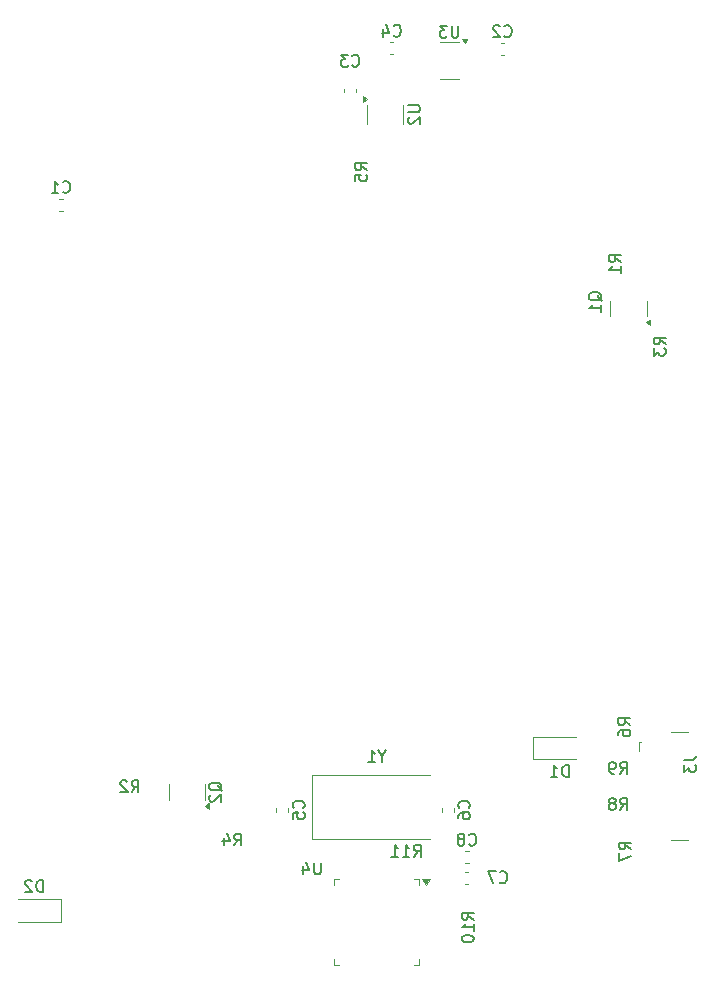
<source format=gbr>
%TF.GenerationSoftware,KiCad,Pcbnew,8.0.2*%
%TF.CreationDate,2024-06-07T17:43:04+02:00*%
%TF.ProjectId,interruptus,696e7465-7272-4757-9074-75732e6b6963,rev?*%
%TF.SameCoordinates,Original*%
%TF.FileFunction,Legend,Bot*%
%TF.FilePolarity,Positive*%
%FSLAX46Y46*%
G04 Gerber Fmt 4.6, Leading zero omitted, Abs format (unit mm)*
G04 Created by KiCad (PCBNEW 8.0.2) date 2024-06-07 17:43:04*
%MOMM*%
%LPD*%
G01*
G04 APERTURE LIST*
%ADD10C,0.150000*%
%ADD11C,0.120000*%
G04 APERTURE END LIST*
D10*
X145029819Y-120776666D02*
X145744104Y-120776666D01*
X145744104Y-120776666D02*
X145886961Y-120729047D01*
X145886961Y-120729047D02*
X145982200Y-120633809D01*
X145982200Y-120633809D02*
X146029819Y-120490952D01*
X146029819Y-120490952D02*
X146029819Y-120395714D01*
X145029819Y-121157619D02*
X145029819Y-121776666D01*
X145029819Y-121776666D02*
X145410771Y-121443333D01*
X145410771Y-121443333D02*
X145410771Y-121586190D01*
X145410771Y-121586190D02*
X145458390Y-121681428D01*
X145458390Y-121681428D02*
X145506009Y-121729047D01*
X145506009Y-121729047D02*
X145601247Y-121776666D01*
X145601247Y-121776666D02*
X145839342Y-121776666D01*
X145839342Y-121776666D02*
X145934580Y-121729047D01*
X145934580Y-121729047D02*
X145982200Y-121681428D01*
X145982200Y-121681428D02*
X146029819Y-121586190D01*
X146029819Y-121586190D02*
X146029819Y-121300476D01*
X146029819Y-121300476D02*
X145982200Y-121205238D01*
X145982200Y-121205238D02*
X145934580Y-121157619D01*
X121654819Y-65350595D02*
X122464342Y-65350595D01*
X122464342Y-65350595D02*
X122559580Y-65398214D01*
X122559580Y-65398214D02*
X122607200Y-65445833D01*
X122607200Y-65445833D02*
X122654819Y-65541071D01*
X122654819Y-65541071D02*
X122654819Y-65731547D01*
X122654819Y-65731547D02*
X122607200Y-65826785D01*
X122607200Y-65826785D02*
X122559580Y-65874404D01*
X122559580Y-65874404D02*
X122464342Y-65922023D01*
X122464342Y-65922023D02*
X121654819Y-65922023D01*
X121750057Y-66350595D02*
X121702438Y-66398214D01*
X121702438Y-66398214D02*
X121654819Y-66493452D01*
X121654819Y-66493452D02*
X121654819Y-66731547D01*
X121654819Y-66731547D02*
X121702438Y-66826785D01*
X121702438Y-66826785D02*
X121750057Y-66874404D01*
X121750057Y-66874404D02*
X121845295Y-66922023D01*
X121845295Y-66922023D02*
X121940533Y-66922023D01*
X121940533Y-66922023D02*
X122083390Y-66874404D01*
X122083390Y-66874404D02*
X122654819Y-66302976D01*
X122654819Y-66302976D02*
X122654819Y-66922023D01*
X90738094Y-131954819D02*
X90738094Y-130954819D01*
X90738094Y-130954819D02*
X90499999Y-130954819D01*
X90499999Y-130954819D02*
X90357142Y-131002438D01*
X90357142Y-131002438D02*
X90261904Y-131097676D01*
X90261904Y-131097676D02*
X90214285Y-131192914D01*
X90214285Y-131192914D02*
X90166666Y-131383390D01*
X90166666Y-131383390D02*
X90166666Y-131526247D01*
X90166666Y-131526247D02*
X90214285Y-131716723D01*
X90214285Y-131716723D02*
X90261904Y-131811961D01*
X90261904Y-131811961D02*
X90357142Y-131907200D01*
X90357142Y-131907200D02*
X90499999Y-131954819D01*
X90499999Y-131954819D02*
X90738094Y-131954819D01*
X89785713Y-131050057D02*
X89738094Y-131002438D01*
X89738094Y-131002438D02*
X89642856Y-130954819D01*
X89642856Y-130954819D02*
X89404761Y-130954819D01*
X89404761Y-130954819D02*
X89309523Y-131002438D01*
X89309523Y-131002438D02*
X89261904Y-131050057D01*
X89261904Y-131050057D02*
X89214285Y-131145295D01*
X89214285Y-131145295D02*
X89214285Y-131240533D01*
X89214285Y-131240533D02*
X89261904Y-131383390D01*
X89261904Y-131383390D02*
X89833332Y-131954819D01*
X89833332Y-131954819D02*
X89214285Y-131954819D01*
X98234166Y-123504819D02*
X98567499Y-123028628D01*
X98805594Y-123504819D02*
X98805594Y-122504819D01*
X98805594Y-122504819D02*
X98424642Y-122504819D01*
X98424642Y-122504819D02*
X98329404Y-122552438D01*
X98329404Y-122552438D02*
X98281785Y-122600057D01*
X98281785Y-122600057D02*
X98234166Y-122695295D01*
X98234166Y-122695295D02*
X98234166Y-122838152D01*
X98234166Y-122838152D02*
X98281785Y-122933390D01*
X98281785Y-122933390D02*
X98329404Y-122981009D01*
X98329404Y-122981009D02*
X98424642Y-123028628D01*
X98424642Y-123028628D02*
X98805594Y-123028628D01*
X97853213Y-122600057D02*
X97805594Y-122552438D01*
X97805594Y-122552438D02*
X97710356Y-122504819D01*
X97710356Y-122504819D02*
X97472261Y-122504819D01*
X97472261Y-122504819D02*
X97377023Y-122552438D01*
X97377023Y-122552438D02*
X97329404Y-122600057D01*
X97329404Y-122600057D02*
X97281785Y-122695295D01*
X97281785Y-122695295D02*
X97281785Y-122790533D01*
X97281785Y-122790533D02*
X97329404Y-122933390D01*
X97329404Y-122933390D02*
X97900832Y-123504819D01*
X97900832Y-123504819D02*
X97281785Y-123504819D01*
X139654819Y-78583333D02*
X139178628Y-78250000D01*
X139654819Y-78011905D02*
X138654819Y-78011905D01*
X138654819Y-78011905D02*
X138654819Y-78392857D01*
X138654819Y-78392857D02*
X138702438Y-78488095D01*
X138702438Y-78488095D02*
X138750057Y-78535714D01*
X138750057Y-78535714D02*
X138845295Y-78583333D01*
X138845295Y-78583333D02*
X138988152Y-78583333D01*
X138988152Y-78583333D02*
X139083390Y-78535714D01*
X139083390Y-78535714D02*
X139131009Y-78488095D01*
X139131009Y-78488095D02*
X139178628Y-78392857D01*
X139178628Y-78392857D02*
X139178628Y-78011905D01*
X139654819Y-79535714D02*
X139654819Y-78964286D01*
X139654819Y-79250000D02*
X138654819Y-79250000D01*
X138654819Y-79250000D02*
X138797676Y-79154762D01*
X138797676Y-79154762D02*
X138892914Y-79059524D01*
X138892914Y-79059524D02*
X138940533Y-78964286D01*
X138050057Y-81904761D02*
X138002438Y-81809523D01*
X138002438Y-81809523D02*
X137907200Y-81714285D01*
X137907200Y-81714285D02*
X137764342Y-81571428D01*
X137764342Y-81571428D02*
X137716723Y-81476190D01*
X137716723Y-81476190D02*
X137716723Y-81380952D01*
X137954819Y-81428571D02*
X137907200Y-81333333D01*
X137907200Y-81333333D02*
X137811961Y-81238095D01*
X137811961Y-81238095D02*
X137621485Y-81190476D01*
X137621485Y-81190476D02*
X137288152Y-81190476D01*
X137288152Y-81190476D02*
X137097676Y-81238095D01*
X137097676Y-81238095D02*
X137002438Y-81333333D01*
X137002438Y-81333333D02*
X136954819Y-81428571D01*
X136954819Y-81428571D02*
X136954819Y-81619047D01*
X136954819Y-81619047D02*
X137002438Y-81714285D01*
X137002438Y-81714285D02*
X137097676Y-81809523D01*
X137097676Y-81809523D02*
X137288152Y-81857142D01*
X137288152Y-81857142D02*
X137621485Y-81857142D01*
X137621485Y-81857142D02*
X137811961Y-81809523D01*
X137811961Y-81809523D02*
X137907200Y-81714285D01*
X137907200Y-81714285D02*
X137954819Y-81619047D01*
X137954819Y-81619047D02*
X137954819Y-81428571D01*
X137954819Y-82809523D02*
X137954819Y-82238095D01*
X137954819Y-82523809D02*
X136954819Y-82523809D01*
X136954819Y-82523809D02*
X137097676Y-82428571D01*
X137097676Y-82428571D02*
X137192914Y-82333333D01*
X137192914Y-82333333D02*
X137240533Y-82238095D01*
X125899404Y-58604819D02*
X125899404Y-59414342D01*
X125899404Y-59414342D02*
X125851785Y-59509580D01*
X125851785Y-59509580D02*
X125804166Y-59557200D01*
X125804166Y-59557200D02*
X125708928Y-59604819D01*
X125708928Y-59604819D02*
X125518452Y-59604819D01*
X125518452Y-59604819D02*
X125423214Y-59557200D01*
X125423214Y-59557200D02*
X125375595Y-59509580D01*
X125375595Y-59509580D02*
X125327976Y-59414342D01*
X125327976Y-59414342D02*
X125327976Y-58604819D01*
X124947023Y-58604819D02*
X124327976Y-58604819D01*
X124327976Y-58604819D02*
X124661309Y-58985771D01*
X124661309Y-58985771D02*
X124518452Y-58985771D01*
X124518452Y-58985771D02*
X124423214Y-59033390D01*
X124423214Y-59033390D02*
X124375595Y-59081009D01*
X124375595Y-59081009D02*
X124327976Y-59176247D01*
X124327976Y-59176247D02*
X124327976Y-59414342D01*
X124327976Y-59414342D02*
X124375595Y-59509580D01*
X124375595Y-59509580D02*
X124423214Y-59557200D01*
X124423214Y-59557200D02*
X124518452Y-59604819D01*
X124518452Y-59604819D02*
X124804166Y-59604819D01*
X124804166Y-59604819D02*
X124899404Y-59557200D01*
X124899404Y-59557200D02*
X124947023Y-59509580D01*
X139599166Y-125004819D02*
X139932499Y-124528628D01*
X140170594Y-125004819D02*
X140170594Y-124004819D01*
X140170594Y-124004819D02*
X139789642Y-124004819D01*
X139789642Y-124004819D02*
X139694404Y-124052438D01*
X139694404Y-124052438D02*
X139646785Y-124100057D01*
X139646785Y-124100057D02*
X139599166Y-124195295D01*
X139599166Y-124195295D02*
X139599166Y-124338152D01*
X139599166Y-124338152D02*
X139646785Y-124433390D01*
X139646785Y-124433390D02*
X139694404Y-124481009D01*
X139694404Y-124481009D02*
X139789642Y-124528628D01*
X139789642Y-124528628D02*
X140170594Y-124528628D01*
X139027737Y-124433390D02*
X139122975Y-124385771D01*
X139122975Y-124385771D02*
X139170594Y-124338152D01*
X139170594Y-124338152D02*
X139218213Y-124242914D01*
X139218213Y-124242914D02*
X139218213Y-124195295D01*
X139218213Y-124195295D02*
X139170594Y-124100057D01*
X139170594Y-124100057D02*
X139122975Y-124052438D01*
X139122975Y-124052438D02*
X139027737Y-124004819D01*
X139027737Y-124004819D02*
X138837261Y-124004819D01*
X138837261Y-124004819D02*
X138742023Y-124052438D01*
X138742023Y-124052438D02*
X138694404Y-124100057D01*
X138694404Y-124100057D02*
X138646785Y-124195295D01*
X138646785Y-124195295D02*
X138646785Y-124242914D01*
X138646785Y-124242914D02*
X138694404Y-124338152D01*
X138694404Y-124338152D02*
X138742023Y-124385771D01*
X138742023Y-124385771D02*
X138837261Y-124433390D01*
X138837261Y-124433390D02*
X139027737Y-124433390D01*
X139027737Y-124433390D02*
X139122975Y-124481009D01*
X139122975Y-124481009D02*
X139170594Y-124528628D01*
X139170594Y-124528628D02*
X139218213Y-124623866D01*
X139218213Y-124623866D02*
X139218213Y-124814342D01*
X139218213Y-124814342D02*
X139170594Y-124909580D01*
X139170594Y-124909580D02*
X139122975Y-124957200D01*
X139122975Y-124957200D02*
X139027737Y-125004819D01*
X139027737Y-125004819D02*
X138837261Y-125004819D01*
X138837261Y-125004819D02*
X138742023Y-124957200D01*
X138742023Y-124957200D02*
X138694404Y-124909580D01*
X138694404Y-124909580D02*
X138646785Y-124814342D01*
X138646785Y-124814342D02*
X138646785Y-124623866D01*
X138646785Y-124623866D02*
X138694404Y-124528628D01*
X138694404Y-124528628D02*
X138742023Y-124481009D01*
X138742023Y-124481009D02*
X138837261Y-124433390D01*
X112789580Y-124833333D02*
X112837200Y-124785714D01*
X112837200Y-124785714D02*
X112884819Y-124642857D01*
X112884819Y-124642857D02*
X112884819Y-124547619D01*
X112884819Y-124547619D02*
X112837200Y-124404762D01*
X112837200Y-124404762D02*
X112741961Y-124309524D01*
X112741961Y-124309524D02*
X112646723Y-124261905D01*
X112646723Y-124261905D02*
X112456247Y-124214286D01*
X112456247Y-124214286D02*
X112313390Y-124214286D01*
X112313390Y-124214286D02*
X112122914Y-124261905D01*
X112122914Y-124261905D02*
X112027676Y-124309524D01*
X112027676Y-124309524D02*
X111932438Y-124404762D01*
X111932438Y-124404762D02*
X111884819Y-124547619D01*
X111884819Y-124547619D02*
X111884819Y-124642857D01*
X111884819Y-124642857D02*
X111932438Y-124785714D01*
X111932438Y-124785714D02*
X111980057Y-124833333D01*
X111884819Y-125738095D02*
X111884819Y-125261905D01*
X111884819Y-125261905D02*
X112361009Y-125214286D01*
X112361009Y-125214286D02*
X112313390Y-125261905D01*
X112313390Y-125261905D02*
X112265771Y-125357143D01*
X112265771Y-125357143D02*
X112265771Y-125595238D01*
X112265771Y-125595238D02*
X112313390Y-125690476D01*
X112313390Y-125690476D02*
X112361009Y-125738095D01*
X112361009Y-125738095D02*
X112456247Y-125785714D01*
X112456247Y-125785714D02*
X112694342Y-125785714D01*
X112694342Y-125785714D02*
X112789580Y-125738095D01*
X112789580Y-125738095D02*
X112837200Y-125690476D01*
X112837200Y-125690476D02*
X112884819Y-125595238D01*
X112884819Y-125595238D02*
X112884819Y-125357143D01*
X112884819Y-125357143D02*
X112837200Y-125261905D01*
X112837200Y-125261905D02*
X112789580Y-125214286D01*
X119476190Y-120478628D02*
X119476190Y-120954819D01*
X119809523Y-119954819D02*
X119476190Y-120478628D01*
X119476190Y-120478628D02*
X119142857Y-119954819D01*
X118285714Y-120954819D02*
X118857142Y-120954819D01*
X118571428Y-120954819D02*
X118571428Y-119954819D01*
X118571428Y-119954819D02*
X118666666Y-120097676D01*
X118666666Y-120097676D02*
X118761904Y-120192914D01*
X118761904Y-120192914D02*
X118857142Y-120240533D01*
X116916666Y-61972080D02*
X116964285Y-62019700D01*
X116964285Y-62019700D02*
X117107142Y-62067319D01*
X117107142Y-62067319D02*
X117202380Y-62067319D01*
X117202380Y-62067319D02*
X117345237Y-62019700D01*
X117345237Y-62019700D02*
X117440475Y-61924461D01*
X117440475Y-61924461D02*
X117488094Y-61829223D01*
X117488094Y-61829223D02*
X117535713Y-61638747D01*
X117535713Y-61638747D02*
X117535713Y-61495890D01*
X117535713Y-61495890D02*
X117488094Y-61305414D01*
X117488094Y-61305414D02*
X117440475Y-61210176D01*
X117440475Y-61210176D02*
X117345237Y-61114938D01*
X117345237Y-61114938D02*
X117202380Y-61067319D01*
X117202380Y-61067319D02*
X117107142Y-61067319D01*
X117107142Y-61067319D02*
X116964285Y-61114938D01*
X116964285Y-61114938D02*
X116916666Y-61162557D01*
X116583332Y-61067319D02*
X115964285Y-61067319D01*
X115964285Y-61067319D02*
X116297618Y-61448271D01*
X116297618Y-61448271D02*
X116154761Y-61448271D01*
X116154761Y-61448271D02*
X116059523Y-61495890D01*
X116059523Y-61495890D02*
X116011904Y-61543509D01*
X116011904Y-61543509D02*
X115964285Y-61638747D01*
X115964285Y-61638747D02*
X115964285Y-61876842D01*
X115964285Y-61876842D02*
X116011904Y-61972080D01*
X116011904Y-61972080D02*
X116059523Y-62019700D01*
X116059523Y-62019700D02*
X116154761Y-62067319D01*
X116154761Y-62067319D02*
X116440475Y-62067319D01*
X116440475Y-62067319D02*
X116535713Y-62019700D01*
X116535713Y-62019700D02*
X116583332Y-61972080D01*
X114261904Y-129454819D02*
X114261904Y-130264342D01*
X114261904Y-130264342D02*
X114214285Y-130359580D01*
X114214285Y-130359580D02*
X114166666Y-130407200D01*
X114166666Y-130407200D02*
X114071428Y-130454819D01*
X114071428Y-130454819D02*
X113880952Y-130454819D01*
X113880952Y-130454819D02*
X113785714Y-130407200D01*
X113785714Y-130407200D02*
X113738095Y-130359580D01*
X113738095Y-130359580D02*
X113690476Y-130264342D01*
X113690476Y-130264342D02*
X113690476Y-129454819D01*
X112785714Y-129788152D02*
X112785714Y-130454819D01*
X113023809Y-129407200D02*
X113261904Y-130121485D01*
X113261904Y-130121485D02*
X112642857Y-130121485D01*
X92416666Y-72679580D02*
X92464285Y-72727200D01*
X92464285Y-72727200D02*
X92607142Y-72774819D01*
X92607142Y-72774819D02*
X92702380Y-72774819D01*
X92702380Y-72774819D02*
X92845237Y-72727200D01*
X92845237Y-72727200D02*
X92940475Y-72631961D01*
X92940475Y-72631961D02*
X92988094Y-72536723D01*
X92988094Y-72536723D02*
X93035713Y-72346247D01*
X93035713Y-72346247D02*
X93035713Y-72203390D01*
X93035713Y-72203390D02*
X92988094Y-72012914D01*
X92988094Y-72012914D02*
X92940475Y-71917676D01*
X92940475Y-71917676D02*
X92845237Y-71822438D01*
X92845237Y-71822438D02*
X92702380Y-71774819D01*
X92702380Y-71774819D02*
X92607142Y-71774819D01*
X92607142Y-71774819D02*
X92464285Y-71822438D01*
X92464285Y-71822438D02*
X92416666Y-71870057D01*
X91464285Y-72774819D02*
X92035713Y-72774819D01*
X91749999Y-72774819D02*
X91749999Y-71774819D01*
X91749999Y-71774819D02*
X91845237Y-71917676D01*
X91845237Y-71917676D02*
X91940475Y-72012914D01*
X91940475Y-72012914D02*
X92035713Y-72060533D01*
X140454819Y-117833333D02*
X139978628Y-117500000D01*
X140454819Y-117261905D02*
X139454819Y-117261905D01*
X139454819Y-117261905D02*
X139454819Y-117642857D01*
X139454819Y-117642857D02*
X139502438Y-117738095D01*
X139502438Y-117738095D02*
X139550057Y-117785714D01*
X139550057Y-117785714D02*
X139645295Y-117833333D01*
X139645295Y-117833333D02*
X139788152Y-117833333D01*
X139788152Y-117833333D02*
X139883390Y-117785714D01*
X139883390Y-117785714D02*
X139931009Y-117738095D01*
X139931009Y-117738095D02*
X139978628Y-117642857D01*
X139978628Y-117642857D02*
X139978628Y-117261905D01*
X139454819Y-118690476D02*
X139454819Y-118500000D01*
X139454819Y-118500000D02*
X139502438Y-118404762D01*
X139502438Y-118404762D02*
X139550057Y-118357143D01*
X139550057Y-118357143D02*
X139692914Y-118261905D01*
X139692914Y-118261905D02*
X139883390Y-118214286D01*
X139883390Y-118214286D02*
X140264342Y-118214286D01*
X140264342Y-118214286D02*
X140359580Y-118261905D01*
X140359580Y-118261905D02*
X140407200Y-118309524D01*
X140407200Y-118309524D02*
X140454819Y-118404762D01*
X140454819Y-118404762D02*
X140454819Y-118595238D01*
X140454819Y-118595238D02*
X140407200Y-118690476D01*
X140407200Y-118690476D02*
X140359580Y-118738095D01*
X140359580Y-118738095D02*
X140264342Y-118785714D01*
X140264342Y-118785714D02*
X140026247Y-118785714D01*
X140026247Y-118785714D02*
X139931009Y-118738095D01*
X139931009Y-118738095D02*
X139883390Y-118690476D01*
X139883390Y-118690476D02*
X139835771Y-118595238D01*
X139835771Y-118595238D02*
X139835771Y-118404762D01*
X139835771Y-118404762D02*
X139883390Y-118309524D01*
X139883390Y-118309524D02*
X139931009Y-118261905D01*
X139931009Y-118261905D02*
X140026247Y-118214286D01*
X106916666Y-128004819D02*
X107249999Y-127528628D01*
X107488094Y-128004819D02*
X107488094Y-127004819D01*
X107488094Y-127004819D02*
X107107142Y-127004819D01*
X107107142Y-127004819D02*
X107011904Y-127052438D01*
X107011904Y-127052438D02*
X106964285Y-127100057D01*
X106964285Y-127100057D02*
X106916666Y-127195295D01*
X106916666Y-127195295D02*
X106916666Y-127338152D01*
X106916666Y-127338152D02*
X106964285Y-127433390D01*
X106964285Y-127433390D02*
X107011904Y-127481009D01*
X107011904Y-127481009D02*
X107107142Y-127528628D01*
X107107142Y-127528628D02*
X107488094Y-127528628D01*
X106059523Y-127338152D02*
X106059523Y-128004819D01*
X106297618Y-126957200D02*
X106535713Y-127671485D01*
X106535713Y-127671485D02*
X105916666Y-127671485D01*
X127204819Y-134289642D02*
X126728628Y-133956309D01*
X127204819Y-133718214D02*
X126204819Y-133718214D01*
X126204819Y-133718214D02*
X126204819Y-134099166D01*
X126204819Y-134099166D02*
X126252438Y-134194404D01*
X126252438Y-134194404D02*
X126300057Y-134242023D01*
X126300057Y-134242023D02*
X126395295Y-134289642D01*
X126395295Y-134289642D02*
X126538152Y-134289642D01*
X126538152Y-134289642D02*
X126633390Y-134242023D01*
X126633390Y-134242023D02*
X126681009Y-134194404D01*
X126681009Y-134194404D02*
X126728628Y-134099166D01*
X126728628Y-134099166D02*
X126728628Y-133718214D01*
X127204819Y-135242023D02*
X127204819Y-134670595D01*
X127204819Y-134956309D02*
X126204819Y-134956309D01*
X126204819Y-134956309D02*
X126347676Y-134861071D01*
X126347676Y-134861071D02*
X126442914Y-134765833D01*
X126442914Y-134765833D02*
X126490533Y-134670595D01*
X126204819Y-135861071D02*
X126204819Y-135956309D01*
X126204819Y-135956309D02*
X126252438Y-136051547D01*
X126252438Y-136051547D02*
X126300057Y-136099166D01*
X126300057Y-136099166D02*
X126395295Y-136146785D01*
X126395295Y-136146785D02*
X126585771Y-136194404D01*
X126585771Y-136194404D02*
X126823866Y-136194404D01*
X126823866Y-136194404D02*
X127014342Y-136146785D01*
X127014342Y-136146785D02*
X127109580Y-136099166D01*
X127109580Y-136099166D02*
X127157200Y-136051547D01*
X127157200Y-136051547D02*
X127204819Y-135956309D01*
X127204819Y-135956309D02*
X127204819Y-135861071D01*
X127204819Y-135861071D02*
X127157200Y-135765833D01*
X127157200Y-135765833D02*
X127109580Y-135718214D01*
X127109580Y-135718214D02*
X127014342Y-135670595D01*
X127014342Y-135670595D02*
X126823866Y-135622976D01*
X126823866Y-135622976D02*
X126585771Y-135622976D01*
X126585771Y-135622976D02*
X126395295Y-135670595D01*
X126395295Y-135670595D02*
X126300057Y-135718214D01*
X126300057Y-135718214D02*
X126252438Y-135765833D01*
X126252438Y-135765833D02*
X126204819Y-135861071D01*
X143454819Y-85583333D02*
X142978628Y-85250000D01*
X143454819Y-85011905D02*
X142454819Y-85011905D01*
X142454819Y-85011905D02*
X142454819Y-85392857D01*
X142454819Y-85392857D02*
X142502438Y-85488095D01*
X142502438Y-85488095D02*
X142550057Y-85535714D01*
X142550057Y-85535714D02*
X142645295Y-85583333D01*
X142645295Y-85583333D02*
X142788152Y-85583333D01*
X142788152Y-85583333D02*
X142883390Y-85535714D01*
X142883390Y-85535714D02*
X142931009Y-85488095D01*
X142931009Y-85488095D02*
X142978628Y-85392857D01*
X142978628Y-85392857D02*
X142978628Y-85011905D01*
X142454819Y-85916667D02*
X142454819Y-86535714D01*
X142454819Y-86535714D02*
X142835771Y-86202381D01*
X142835771Y-86202381D02*
X142835771Y-86345238D01*
X142835771Y-86345238D02*
X142883390Y-86440476D01*
X142883390Y-86440476D02*
X142931009Y-86488095D01*
X142931009Y-86488095D02*
X143026247Y-86535714D01*
X143026247Y-86535714D02*
X143264342Y-86535714D01*
X143264342Y-86535714D02*
X143359580Y-86488095D01*
X143359580Y-86488095D02*
X143407200Y-86440476D01*
X143407200Y-86440476D02*
X143454819Y-86345238D01*
X143454819Y-86345238D02*
X143454819Y-86059524D01*
X143454819Y-86059524D02*
X143407200Y-85964286D01*
X143407200Y-85964286D02*
X143359580Y-85916667D01*
X129804166Y-59479580D02*
X129851785Y-59527200D01*
X129851785Y-59527200D02*
X129994642Y-59574819D01*
X129994642Y-59574819D02*
X130089880Y-59574819D01*
X130089880Y-59574819D02*
X130232737Y-59527200D01*
X130232737Y-59527200D02*
X130327975Y-59431961D01*
X130327975Y-59431961D02*
X130375594Y-59336723D01*
X130375594Y-59336723D02*
X130423213Y-59146247D01*
X130423213Y-59146247D02*
X130423213Y-59003390D01*
X130423213Y-59003390D02*
X130375594Y-58812914D01*
X130375594Y-58812914D02*
X130327975Y-58717676D01*
X130327975Y-58717676D02*
X130232737Y-58622438D01*
X130232737Y-58622438D02*
X130089880Y-58574819D01*
X130089880Y-58574819D02*
X129994642Y-58574819D01*
X129994642Y-58574819D02*
X129851785Y-58622438D01*
X129851785Y-58622438D02*
X129804166Y-58670057D01*
X129423213Y-58670057D02*
X129375594Y-58622438D01*
X129375594Y-58622438D02*
X129280356Y-58574819D01*
X129280356Y-58574819D02*
X129042261Y-58574819D01*
X129042261Y-58574819D02*
X128947023Y-58622438D01*
X128947023Y-58622438D02*
X128899404Y-58670057D01*
X128899404Y-58670057D02*
X128851785Y-58765295D01*
X128851785Y-58765295D02*
X128851785Y-58860533D01*
X128851785Y-58860533D02*
X128899404Y-59003390D01*
X128899404Y-59003390D02*
X129470832Y-59574819D01*
X129470832Y-59574819D02*
X128851785Y-59574819D01*
X118154819Y-70833333D02*
X117678628Y-70500000D01*
X118154819Y-70261905D02*
X117154819Y-70261905D01*
X117154819Y-70261905D02*
X117154819Y-70642857D01*
X117154819Y-70642857D02*
X117202438Y-70738095D01*
X117202438Y-70738095D02*
X117250057Y-70785714D01*
X117250057Y-70785714D02*
X117345295Y-70833333D01*
X117345295Y-70833333D02*
X117488152Y-70833333D01*
X117488152Y-70833333D02*
X117583390Y-70785714D01*
X117583390Y-70785714D02*
X117631009Y-70738095D01*
X117631009Y-70738095D02*
X117678628Y-70642857D01*
X117678628Y-70642857D02*
X117678628Y-70261905D01*
X117154819Y-71738095D02*
X117154819Y-71261905D01*
X117154819Y-71261905D02*
X117631009Y-71214286D01*
X117631009Y-71214286D02*
X117583390Y-71261905D01*
X117583390Y-71261905D02*
X117535771Y-71357143D01*
X117535771Y-71357143D02*
X117535771Y-71595238D01*
X117535771Y-71595238D02*
X117583390Y-71690476D01*
X117583390Y-71690476D02*
X117631009Y-71738095D01*
X117631009Y-71738095D02*
X117726247Y-71785714D01*
X117726247Y-71785714D02*
X117964342Y-71785714D01*
X117964342Y-71785714D02*
X118059580Y-71738095D01*
X118059580Y-71738095D02*
X118107200Y-71690476D01*
X118107200Y-71690476D02*
X118154819Y-71595238D01*
X118154819Y-71595238D02*
X118154819Y-71357143D01*
X118154819Y-71357143D02*
X118107200Y-71261905D01*
X118107200Y-71261905D02*
X118059580Y-71214286D01*
X126789580Y-124833333D02*
X126837200Y-124785714D01*
X126837200Y-124785714D02*
X126884819Y-124642857D01*
X126884819Y-124642857D02*
X126884819Y-124547619D01*
X126884819Y-124547619D02*
X126837200Y-124404762D01*
X126837200Y-124404762D02*
X126741961Y-124309524D01*
X126741961Y-124309524D02*
X126646723Y-124261905D01*
X126646723Y-124261905D02*
X126456247Y-124214286D01*
X126456247Y-124214286D02*
X126313390Y-124214286D01*
X126313390Y-124214286D02*
X126122914Y-124261905D01*
X126122914Y-124261905D02*
X126027676Y-124309524D01*
X126027676Y-124309524D02*
X125932438Y-124404762D01*
X125932438Y-124404762D02*
X125884819Y-124547619D01*
X125884819Y-124547619D02*
X125884819Y-124642857D01*
X125884819Y-124642857D02*
X125932438Y-124785714D01*
X125932438Y-124785714D02*
X125980057Y-124833333D01*
X125884819Y-125690476D02*
X125884819Y-125500000D01*
X125884819Y-125500000D02*
X125932438Y-125404762D01*
X125932438Y-125404762D02*
X125980057Y-125357143D01*
X125980057Y-125357143D02*
X126122914Y-125261905D01*
X126122914Y-125261905D02*
X126313390Y-125214286D01*
X126313390Y-125214286D02*
X126694342Y-125214286D01*
X126694342Y-125214286D02*
X126789580Y-125261905D01*
X126789580Y-125261905D02*
X126837200Y-125309524D01*
X126837200Y-125309524D02*
X126884819Y-125404762D01*
X126884819Y-125404762D02*
X126884819Y-125595238D01*
X126884819Y-125595238D02*
X126837200Y-125690476D01*
X126837200Y-125690476D02*
X126789580Y-125738095D01*
X126789580Y-125738095D02*
X126694342Y-125785714D01*
X126694342Y-125785714D02*
X126456247Y-125785714D01*
X126456247Y-125785714D02*
X126361009Y-125738095D01*
X126361009Y-125738095D02*
X126313390Y-125690476D01*
X126313390Y-125690476D02*
X126265771Y-125595238D01*
X126265771Y-125595238D02*
X126265771Y-125404762D01*
X126265771Y-125404762D02*
X126313390Y-125309524D01*
X126313390Y-125309524D02*
X126361009Y-125261905D01*
X126361009Y-125261905D02*
X126456247Y-125214286D01*
X105887557Y-123404761D02*
X105839938Y-123309523D01*
X105839938Y-123309523D02*
X105744700Y-123214285D01*
X105744700Y-123214285D02*
X105601842Y-123071428D01*
X105601842Y-123071428D02*
X105554223Y-122976190D01*
X105554223Y-122976190D02*
X105554223Y-122880952D01*
X105792319Y-122928571D02*
X105744700Y-122833333D01*
X105744700Y-122833333D02*
X105649461Y-122738095D01*
X105649461Y-122738095D02*
X105458985Y-122690476D01*
X105458985Y-122690476D02*
X105125652Y-122690476D01*
X105125652Y-122690476D02*
X104935176Y-122738095D01*
X104935176Y-122738095D02*
X104839938Y-122833333D01*
X104839938Y-122833333D02*
X104792319Y-122928571D01*
X104792319Y-122928571D02*
X104792319Y-123119047D01*
X104792319Y-123119047D02*
X104839938Y-123214285D01*
X104839938Y-123214285D02*
X104935176Y-123309523D01*
X104935176Y-123309523D02*
X105125652Y-123357142D01*
X105125652Y-123357142D02*
X105458985Y-123357142D01*
X105458985Y-123357142D02*
X105649461Y-123309523D01*
X105649461Y-123309523D02*
X105744700Y-123214285D01*
X105744700Y-123214285D02*
X105792319Y-123119047D01*
X105792319Y-123119047D02*
X105792319Y-122928571D01*
X104887557Y-123738095D02*
X104839938Y-123785714D01*
X104839938Y-123785714D02*
X104792319Y-123880952D01*
X104792319Y-123880952D02*
X104792319Y-124119047D01*
X104792319Y-124119047D02*
X104839938Y-124214285D01*
X104839938Y-124214285D02*
X104887557Y-124261904D01*
X104887557Y-124261904D02*
X104982795Y-124309523D01*
X104982795Y-124309523D02*
X105078033Y-124309523D01*
X105078033Y-124309523D02*
X105220890Y-124261904D01*
X105220890Y-124261904D02*
X105792319Y-123690476D01*
X105792319Y-123690476D02*
X105792319Y-124309523D01*
X129416666Y-131109580D02*
X129464285Y-131157200D01*
X129464285Y-131157200D02*
X129607142Y-131204819D01*
X129607142Y-131204819D02*
X129702380Y-131204819D01*
X129702380Y-131204819D02*
X129845237Y-131157200D01*
X129845237Y-131157200D02*
X129940475Y-131061961D01*
X129940475Y-131061961D02*
X129988094Y-130966723D01*
X129988094Y-130966723D02*
X130035713Y-130776247D01*
X130035713Y-130776247D02*
X130035713Y-130633390D01*
X130035713Y-130633390D02*
X129988094Y-130442914D01*
X129988094Y-130442914D02*
X129940475Y-130347676D01*
X129940475Y-130347676D02*
X129845237Y-130252438D01*
X129845237Y-130252438D02*
X129702380Y-130204819D01*
X129702380Y-130204819D02*
X129607142Y-130204819D01*
X129607142Y-130204819D02*
X129464285Y-130252438D01*
X129464285Y-130252438D02*
X129416666Y-130300057D01*
X129083332Y-130204819D02*
X128416666Y-130204819D01*
X128416666Y-130204819D02*
X128845237Y-131204819D01*
X126804166Y-127929580D02*
X126851785Y-127977200D01*
X126851785Y-127977200D02*
X126994642Y-128024819D01*
X126994642Y-128024819D02*
X127089880Y-128024819D01*
X127089880Y-128024819D02*
X127232737Y-127977200D01*
X127232737Y-127977200D02*
X127327975Y-127881961D01*
X127327975Y-127881961D02*
X127375594Y-127786723D01*
X127375594Y-127786723D02*
X127423213Y-127596247D01*
X127423213Y-127596247D02*
X127423213Y-127453390D01*
X127423213Y-127453390D02*
X127375594Y-127262914D01*
X127375594Y-127262914D02*
X127327975Y-127167676D01*
X127327975Y-127167676D02*
X127232737Y-127072438D01*
X127232737Y-127072438D02*
X127089880Y-127024819D01*
X127089880Y-127024819D02*
X126994642Y-127024819D01*
X126994642Y-127024819D02*
X126851785Y-127072438D01*
X126851785Y-127072438D02*
X126804166Y-127120057D01*
X126232737Y-127453390D02*
X126327975Y-127405771D01*
X126327975Y-127405771D02*
X126375594Y-127358152D01*
X126375594Y-127358152D02*
X126423213Y-127262914D01*
X126423213Y-127262914D02*
X126423213Y-127215295D01*
X126423213Y-127215295D02*
X126375594Y-127120057D01*
X126375594Y-127120057D02*
X126327975Y-127072438D01*
X126327975Y-127072438D02*
X126232737Y-127024819D01*
X126232737Y-127024819D02*
X126042261Y-127024819D01*
X126042261Y-127024819D02*
X125947023Y-127072438D01*
X125947023Y-127072438D02*
X125899404Y-127120057D01*
X125899404Y-127120057D02*
X125851785Y-127215295D01*
X125851785Y-127215295D02*
X125851785Y-127262914D01*
X125851785Y-127262914D02*
X125899404Y-127358152D01*
X125899404Y-127358152D02*
X125947023Y-127405771D01*
X125947023Y-127405771D02*
X126042261Y-127453390D01*
X126042261Y-127453390D02*
X126232737Y-127453390D01*
X126232737Y-127453390D02*
X126327975Y-127501009D01*
X126327975Y-127501009D02*
X126375594Y-127548628D01*
X126375594Y-127548628D02*
X126423213Y-127643866D01*
X126423213Y-127643866D02*
X126423213Y-127834342D01*
X126423213Y-127834342D02*
X126375594Y-127929580D01*
X126375594Y-127929580D02*
X126327975Y-127977200D01*
X126327975Y-127977200D02*
X126232737Y-128024819D01*
X126232737Y-128024819D02*
X126042261Y-128024819D01*
X126042261Y-128024819D02*
X125947023Y-127977200D01*
X125947023Y-127977200D02*
X125899404Y-127929580D01*
X125899404Y-127929580D02*
X125851785Y-127834342D01*
X125851785Y-127834342D02*
X125851785Y-127643866D01*
X125851785Y-127643866D02*
X125899404Y-127548628D01*
X125899404Y-127548628D02*
X125947023Y-127501009D01*
X125947023Y-127501009D02*
X126042261Y-127453390D01*
X135238094Y-122204819D02*
X135238094Y-121204819D01*
X135238094Y-121204819D02*
X134999999Y-121204819D01*
X134999999Y-121204819D02*
X134857142Y-121252438D01*
X134857142Y-121252438D02*
X134761904Y-121347676D01*
X134761904Y-121347676D02*
X134714285Y-121442914D01*
X134714285Y-121442914D02*
X134666666Y-121633390D01*
X134666666Y-121633390D02*
X134666666Y-121776247D01*
X134666666Y-121776247D02*
X134714285Y-121966723D01*
X134714285Y-121966723D02*
X134761904Y-122061961D01*
X134761904Y-122061961D02*
X134857142Y-122157200D01*
X134857142Y-122157200D02*
X134999999Y-122204819D01*
X134999999Y-122204819D02*
X135238094Y-122204819D01*
X133714285Y-122204819D02*
X134285713Y-122204819D01*
X133999999Y-122204819D02*
X133999999Y-121204819D01*
X133999999Y-121204819D02*
X134095237Y-121347676D01*
X134095237Y-121347676D02*
X134190475Y-121442914D01*
X134190475Y-121442914D02*
X134285713Y-121490533D01*
X140504819Y-128333333D02*
X140028628Y-128000000D01*
X140504819Y-127761905D02*
X139504819Y-127761905D01*
X139504819Y-127761905D02*
X139504819Y-128142857D01*
X139504819Y-128142857D02*
X139552438Y-128238095D01*
X139552438Y-128238095D02*
X139600057Y-128285714D01*
X139600057Y-128285714D02*
X139695295Y-128333333D01*
X139695295Y-128333333D02*
X139838152Y-128333333D01*
X139838152Y-128333333D02*
X139933390Y-128285714D01*
X139933390Y-128285714D02*
X139981009Y-128238095D01*
X139981009Y-128238095D02*
X140028628Y-128142857D01*
X140028628Y-128142857D02*
X140028628Y-127761905D01*
X139504819Y-128666667D02*
X139504819Y-129333333D01*
X139504819Y-129333333D02*
X140504819Y-128904762D01*
X139599166Y-121954819D02*
X139932499Y-121478628D01*
X140170594Y-121954819D02*
X140170594Y-120954819D01*
X140170594Y-120954819D02*
X139789642Y-120954819D01*
X139789642Y-120954819D02*
X139694404Y-121002438D01*
X139694404Y-121002438D02*
X139646785Y-121050057D01*
X139646785Y-121050057D02*
X139599166Y-121145295D01*
X139599166Y-121145295D02*
X139599166Y-121288152D01*
X139599166Y-121288152D02*
X139646785Y-121383390D01*
X139646785Y-121383390D02*
X139694404Y-121431009D01*
X139694404Y-121431009D02*
X139789642Y-121478628D01*
X139789642Y-121478628D02*
X140170594Y-121478628D01*
X139122975Y-121954819D02*
X138932499Y-121954819D01*
X138932499Y-121954819D02*
X138837261Y-121907200D01*
X138837261Y-121907200D02*
X138789642Y-121859580D01*
X138789642Y-121859580D02*
X138694404Y-121716723D01*
X138694404Y-121716723D02*
X138646785Y-121526247D01*
X138646785Y-121526247D02*
X138646785Y-121145295D01*
X138646785Y-121145295D02*
X138694404Y-121050057D01*
X138694404Y-121050057D02*
X138742023Y-121002438D01*
X138742023Y-121002438D02*
X138837261Y-120954819D01*
X138837261Y-120954819D02*
X139027737Y-120954819D01*
X139027737Y-120954819D02*
X139122975Y-121002438D01*
X139122975Y-121002438D02*
X139170594Y-121050057D01*
X139170594Y-121050057D02*
X139218213Y-121145295D01*
X139218213Y-121145295D02*
X139218213Y-121383390D01*
X139218213Y-121383390D02*
X139170594Y-121478628D01*
X139170594Y-121478628D02*
X139122975Y-121526247D01*
X139122975Y-121526247D02*
X139027737Y-121573866D01*
X139027737Y-121573866D02*
X138837261Y-121573866D01*
X138837261Y-121573866D02*
X138742023Y-121526247D01*
X138742023Y-121526247D02*
X138694404Y-121478628D01*
X138694404Y-121478628D02*
X138646785Y-121383390D01*
X120416666Y-59429580D02*
X120464285Y-59477200D01*
X120464285Y-59477200D02*
X120607142Y-59524819D01*
X120607142Y-59524819D02*
X120702380Y-59524819D01*
X120702380Y-59524819D02*
X120845237Y-59477200D01*
X120845237Y-59477200D02*
X120940475Y-59381961D01*
X120940475Y-59381961D02*
X120988094Y-59286723D01*
X120988094Y-59286723D02*
X121035713Y-59096247D01*
X121035713Y-59096247D02*
X121035713Y-58953390D01*
X121035713Y-58953390D02*
X120988094Y-58762914D01*
X120988094Y-58762914D02*
X120940475Y-58667676D01*
X120940475Y-58667676D02*
X120845237Y-58572438D01*
X120845237Y-58572438D02*
X120702380Y-58524819D01*
X120702380Y-58524819D02*
X120607142Y-58524819D01*
X120607142Y-58524819D02*
X120464285Y-58572438D01*
X120464285Y-58572438D02*
X120416666Y-58620057D01*
X119559523Y-58858152D02*
X119559523Y-59524819D01*
X119797618Y-58477200D02*
X120035713Y-59191485D01*
X120035713Y-59191485D02*
X119416666Y-59191485D01*
X122142857Y-128954819D02*
X122476190Y-128478628D01*
X122714285Y-128954819D02*
X122714285Y-127954819D01*
X122714285Y-127954819D02*
X122333333Y-127954819D01*
X122333333Y-127954819D02*
X122238095Y-128002438D01*
X122238095Y-128002438D02*
X122190476Y-128050057D01*
X122190476Y-128050057D02*
X122142857Y-128145295D01*
X122142857Y-128145295D02*
X122142857Y-128288152D01*
X122142857Y-128288152D02*
X122190476Y-128383390D01*
X122190476Y-128383390D02*
X122238095Y-128431009D01*
X122238095Y-128431009D02*
X122333333Y-128478628D01*
X122333333Y-128478628D02*
X122714285Y-128478628D01*
X121190476Y-128954819D02*
X121761904Y-128954819D01*
X121476190Y-128954819D02*
X121476190Y-127954819D01*
X121476190Y-127954819D02*
X121571428Y-128097676D01*
X121571428Y-128097676D02*
X121666666Y-128192914D01*
X121666666Y-128192914D02*
X121761904Y-128240533D01*
X120238095Y-128954819D02*
X120809523Y-128954819D01*
X120523809Y-128954819D02*
X120523809Y-127954819D01*
X120523809Y-127954819D02*
X120619047Y-128097676D01*
X120619047Y-128097676D02*
X120714285Y-128192914D01*
X120714285Y-128192914D02*
X120809523Y-128240533D01*
D11*
%TO.C,J3*%
X143905000Y-118420000D02*
X145315000Y-118420000D01*
X141385000Y-119240000D02*
X141235000Y-119240000D01*
X141235000Y-119240000D02*
X141235000Y-120040000D01*
X143905000Y-127580000D02*
X145315000Y-127580000D01*
%TO.C,U2*%
X118140000Y-66912500D02*
X118140000Y-66112500D01*
X121260000Y-66912500D02*
X121260000Y-66112500D01*
X118140000Y-65312500D02*
X118140000Y-66112500D01*
X121260000Y-65312500D02*
X121260000Y-66112500D01*
X118190000Y-64812500D02*
X117860000Y-65052500D01*
X117860000Y-64572500D01*
X118190000Y-64812500D01*
G36*
X118190000Y-64812500D02*
G01*
X117860000Y-65052500D01*
X117860000Y-64572500D01*
X118190000Y-64812500D01*
G37*
%TO.C,D2*%
X88600000Y-132550000D02*
X92260000Y-132550000D01*
X88600000Y-134450000D02*
X92260000Y-134450000D01*
X92260000Y-134450000D02*
X92260000Y-132550000D01*
%TO.C,Q1*%
X141860000Y-81912500D02*
X141860000Y-82562500D01*
X138740000Y-81912500D02*
X138740000Y-82562500D01*
X141860000Y-83212500D02*
X141860000Y-82562500D01*
X138740000Y-83212500D02*
X138740000Y-82562500D01*
X142140000Y-83965000D02*
X141810000Y-83725000D01*
X142140000Y-83485000D01*
X142140000Y-83965000D01*
G36*
X142140000Y-83965000D02*
G01*
X141810000Y-83725000D01*
X142140000Y-83485000D01*
X142140000Y-83965000D01*
G37*
%TO.C,U3*%
X124337500Y-59990000D02*
X125137500Y-59990000D01*
X124337500Y-63110000D02*
X125137500Y-63110000D01*
X125937500Y-59990000D02*
X125137500Y-59990000D01*
X125937500Y-63110000D02*
X125137500Y-63110000D01*
X126437500Y-60040000D02*
X126197500Y-59710000D01*
X126677500Y-59710000D01*
X126437500Y-60040000D01*
G36*
X126437500Y-60040000D02*
G01*
X126197500Y-59710000D01*
X126677500Y-59710000D01*
X126437500Y-60040000D01*
G37*
%TO.C,C5*%
X110490000Y-124853733D02*
X110490000Y-125146267D01*
X111510000Y-124853733D02*
X111510000Y-125146267D01*
%TO.C,Y1*%
X113500000Y-122075000D02*
X113500000Y-127475000D01*
X113500000Y-127475000D02*
X123500000Y-127475000D01*
X123500000Y-122075000D02*
X113500000Y-122075000D01*
%TO.C,C3*%
X117260000Y-63966233D02*
X117260000Y-64258767D01*
X116240000Y-63966233D02*
X116240000Y-64258767D01*
%TO.C,U4*%
X115390000Y-130890000D02*
X115840000Y-130890000D01*
X115390000Y-131340000D02*
X115390000Y-130890000D01*
X115390000Y-137660000D02*
X115390000Y-138110000D01*
X115390000Y-138110000D02*
X115840000Y-138110000D01*
X122610000Y-130890000D02*
X122160000Y-130890000D01*
X122610000Y-131340000D02*
X122610000Y-130890000D01*
X122610000Y-137660000D02*
X122610000Y-138110000D01*
X122610000Y-138110000D02*
X122160000Y-138110000D01*
X123200000Y-131340000D02*
X122860000Y-130870000D01*
X123540000Y-130870000D01*
X123200000Y-131340000D01*
G36*
X123200000Y-131340000D02*
G01*
X122860000Y-130870000D01*
X123540000Y-130870000D01*
X123200000Y-131340000D01*
G37*
%TO.C,C1*%
X92103733Y-73240000D02*
X92396267Y-73240000D01*
X92103733Y-74260000D02*
X92396267Y-74260000D01*
%TO.C,C2*%
X129491233Y-60040000D02*
X129783767Y-60040000D01*
X129491233Y-61060000D02*
X129783767Y-61060000D01*
%TO.C,C6*%
X124490000Y-124853733D02*
X124490000Y-125146267D01*
X125510000Y-124853733D02*
X125510000Y-125146267D01*
%TO.C,Q2*%
X104497500Y-122850000D02*
X104497500Y-123500000D01*
X101377500Y-122850000D02*
X101377500Y-123500000D01*
X104497500Y-124150000D02*
X104497500Y-123500000D01*
X101377500Y-124150000D02*
X101377500Y-123500000D01*
X104777500Y-124902500D02*
X104447500Y-124662500D01*
X104777500Y-124422500D01*
X104777500Y-124902500D01*
G36*
X104777500Y-124902500D02*
G01*
X104447500Y-124662500D01*
X104777500Y-124422500D01*
X104777500Y-124902500D01*
G37*
%TO.C,C7*%
X126466233Y-130240000D02*
X126758767Y-130240000D01*
X126466233Y-131260000D02*
X126758767Y-131260000D01*
%TO.C,C8*%
X126491233Y-128490000D02*
X126783767Y-128490000D01*
X126491233Y-129510000D02*
X126783767Y-129510000D01*
%TO.C,D1*%
X132240000Y-118800000D02*
X132240000Y-120700000D01*
X135900000Y-118800000D02*
X132240000Y-118800000D01*
X135900000Y-120700000D02*
X132240000Y-120700000D01*
%TO.C,C4*%
X120103733Y-59990000D02*
X120396267Y-59990000D01*
X120103733Y-61010000D02*
X120396267Y-61010000D01*
%TD*%
M02*

</source>
